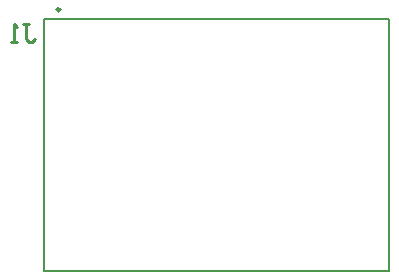
<source format=gbo>
G04*
G04 #@! TF.GenerationSoftware,Altium Limited,Altium Designer,22.8.2 (66)*
G04*
G04 Layer_Color=32896*
%FSLAX42Y42*%
%MOMM*%
G71*
G04*
G04 #@! TF.SameCoordinates,73A1F774-0F22-46A5-B85E-6585DDB94E85*
G04*
G04*
G04 #@! TF.FilePolarity,Positive*
G04*
G01*
G75*
%ADD11C,0.30*%
%ADD12C,0.13*%
%ADD13C,0.25*%
D11*
X3060Y3650D02*
G03*
X3060Y3650I-10J0D01*
G01*
D12*
X2925Y1440D02*
Y3567D01*
Y1440D02*
X5850D01*
Y3567D01*
X2925D02*
X5850D01*
D13*
X2750Y3526D02*
X2801D01*
X2775D01*
Y3399D01*
X2801Y3374D01*
X2826D01*
X2852Y3399D01*
X2699Y3374D02*
X2648D01*
X2674D01*
Y3526D01*
X2699Y3501D01*
M02*

</source>
